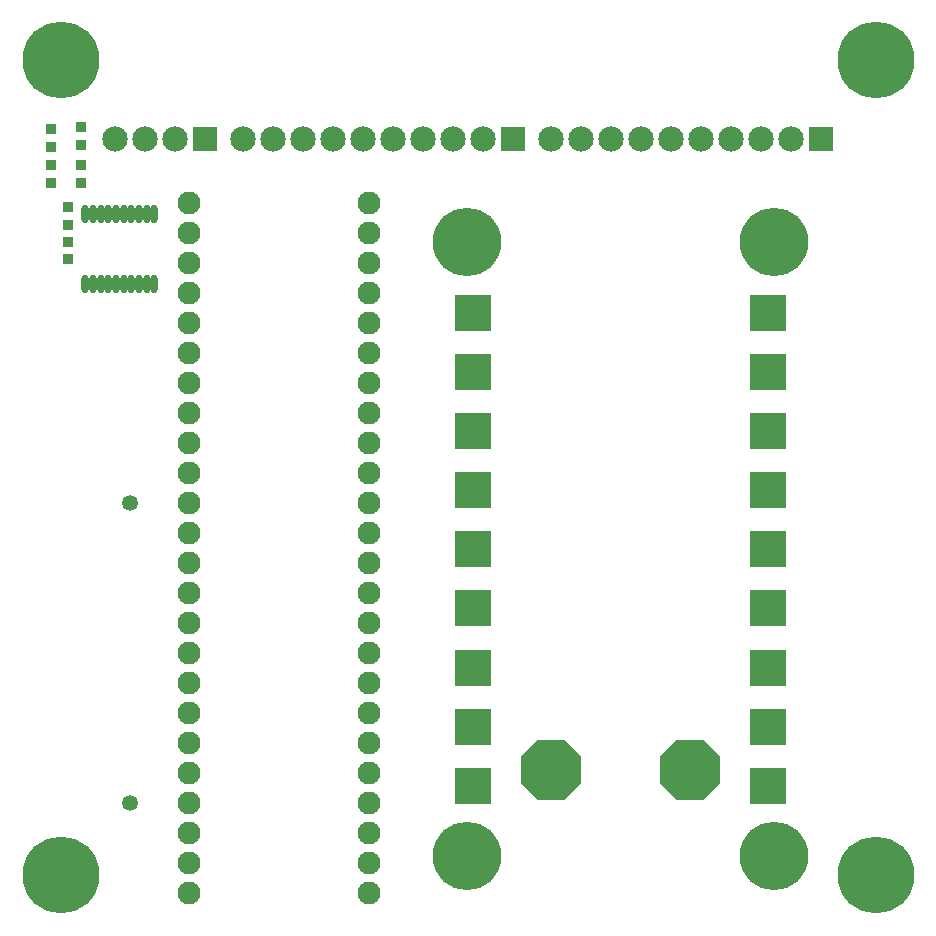
<source format=gts>
G04*
G04 #@! TF.GenerationSoftware,Altium Limited,Altium Designer,20.1.11 (218)*
G04*
G04 Layer_Color=8388736*
%FSAX24Y24*%
%MOIN*%
G70*
G04*
G04 #@! TF.SameCoordinates,8D6CE9FB-AABF-4BDC-A6A6-A5C6F517AC22*
G04*
G04*
G04 #@! TF.FilePolarity,Negative*
G04*
G01*
G75*
%ADD19C,0.0531*%
%ADD20R,0.0374X0.0374*%
%ADD21O,0.0236X0.0610*%
%ADD22R,0.0846X0.0846*%
%ADD23C,0.0846*%
%ADD24C,0.0768*%
%ADD25R,0.1240X0.1240*%
%ADD26C,0.2283*%
%ADD27P,0.2195X8X292.5*%
%ADD28C,0.2559*%
%ADD29C,0.0559*%
D19*
X016174Y026273D02*
D03*
Y016273D02*
D03*
D20*
X014558Y036944D02*
D03*
Y038795D02*
D03*
X013550Y038741D02*
D03*
Y038150D02*
D03*
Y037535D02*
D03*
Y036944D02*
D03*
X014100Y034991D02*
D03*
Y034400D02*
D03*
Y035550D02*
D03*
Y036141D02*
D03*
X014558Y037535D02*
D03*
Y038204D02*
D03*
D21*
X014940Y033572D02*
D03*
X015196D02*
D03*
X015452Y035895D02*
D03*
X016987D02*
D03*
X016731D02*
D03*
X016476D02*
D03*
X016220D02*
D03*
X015964D02*
D03*
X015708D02*
D03*
X015196D02*
D03*
X014684D02*
D03*
X016731Y033572D02*
D03*
X016476D02*
D03*
X016220D02*
D03*
X015964D02*
D03*
X015708D02*
D03*
X015452D02*
D03*
X014684D02*
D03*
X016987D02*
D03*
X014940Y035895D02*
D03*
D22*
X018690Y038401D02*
D03*
X039210Y038401D02*
D03*
X028950D02*
D03*
D23*
X017690D02*
D03*
X016690Y038401D02*
D03*
X015690D02*
D03*
X038210Y038401D02*
D03*
X037210D02*
D03*
X036210Y038401D02*
D03*
X035210Y038401D02*
D03*
X034210D02*
D03*
X033210Y038401D02*
D03*
X032210Y038401D02*
D03*
X031210D02*
D03*
X030210D02*
D03*
X027950D02*
D03*
X026950D02*
D03*
X025950Y038401D02*
D03*
X024950Y038401D02*
D03*
X023950D02*
D03*
X022950Y038401D02*
D03*
X021950Y038401D02*
D03*
X020950D02*
D03*
X019950D02*
D03*
D24*
X018143Y018273D02*
D03*
X024143Y034273D02*
D03*
X018143Y019273D02*
D03*
X024143Y033273D02*
D03*
Y035273D02*
D03*
Y032273D02*
D03*
X018143Y021273D02*
D03*
X024143Y031273D02*
D03*
X018143Y030273D02*
D03*
Y031273D02*
D03*
Y020273D02*
D03*
Y022273D02*
D03*
Y033273D02*
D03*
Y036273D02*
D03*
Y035273D02*
D03*
Y025273D02*
D03*
Y032273D02*
D03*
Y023273D02*
D03*
Y026273D02*
D03*
Y024273D02*
D03*
X024143Y036273D02*
D03*
Y030273D02*
D03*
Y029273D02*
D03*
Y028273D02*
D03*
Y026273D02*
D03*
Y025273D02*
D03*
Y024273D02*
D03*
Y023273D02*
D03*
Y022273D02*
D03*
Y021273D02*
D03*
Y020273D02*
D03*
Y019273D02*
D03*
Y018273D02*
D03*
Y017273D02*
D03*
Y016273D02*
D03*
Y015273D02*
D03*
Y014273D02*
D03*
X018143Y034273D02*
D03*
Y013273D02*
D03*
Y015273D02*
D03*
Y028273D02*
D03*
Y029273D02*
D03*
X024143Y027273D02*
D03*
X018143Y016273D02*
D03*
Y017273D02*
D03*
X024143Y013273D02*
D03*
X018143Y027273D02*
D03*
Y014273D02*
D03*
D25*
X027608Y030637D02*
D03*
Y028668D02*
D03*
Y026700D02*
D03*
Y024731D02*
D03*
Y022763D02*
D03*
Y020794D02*
D03*
Y018826D02*
D03*
Y016857D02*
D03*
X037450D02*
D03*
Y018826D02*
D03*
Y020794D02*
D03*
Y022763D02*
D03*
Y024731D02*
D03*
Y026700D02*
D03*
Y028668D02*
D03*
Y030637D02*
D03*
X027608Y032605D02*
D03*
X037450Y032605D02*
D03*
D26*
X027411Y014495D02*
D03*
X037647D02*
D03*
Y034967D02*
D03*
X027411D02*
D03*
D27*
X034852Y017369D02*
D03*
X030206D02*
D03*
D28*
X041033Y041033D02*
D03*
X013867Y013867D02*
D03*
X013887Y041033D02*
D03*
X041033Y013867D02*
D03*
D29*
X041715Y040350D02*
D03*
X041033Y040068D02*
D03*
X040350Y040350D02*
D03*
X040068Y041033D02*
D03*
X040350Y041715D02*
D03*
X041715D02*
D03*
X041998Y041033D02*
D03*
X041033Y041998D02*
D03*
X013867Y014832D02*
D03*
X014832Y013867D02*
D03*
X014550Y014550D02*
D03*
X013185D02*
D03*
X012902Y013867D02*
D03*
X013185Y013185D02*
D03*
X013867Y012902D02*
D03*
X014550Y013185D02*
D03*
Y040350D02*
D03*
X013867Y040068D02*
D03*
X013185Y040350D02*
D03*
X012902Y041033D02*
D03*
X013185Y041715D02*
D03*
X014550D02*
D03*
X014832Y041033D02*
D03*
X013867Y041998D02*
D03*
X041715Y013185D02*
D03*
X041033Y012902D02*
D03*
X040350Y013185D02*
D03*
X040068Y013867D02*
D03*
X040350Y014550D02*
D03*
X041715D02*
D03*
X041998Y013867D02*
D03*
X041033Y014832D02*
D03*
M02*

</source>
